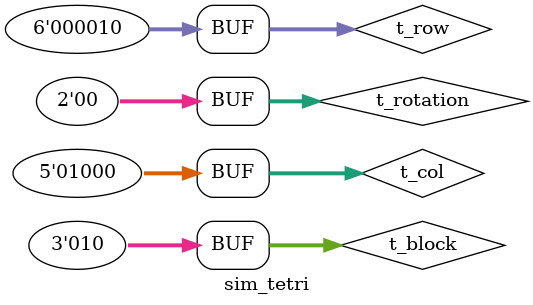
<source format=v>
`timescale 1ns / 1ps


module sim_tetri(

    );
    reg [4:0] t_col = 8; reg [5:0] t_row = 2;              
    reg [1:0] t_rotation = 0;
    reg [2:0] t_block = 2; //7 = no block 
    wire [4:0] b1_col,
                b2_col,
                b3_col,
                b4_col;
    wire [5:0] b1_row,
                b2_row,
                b3_row,
                b4_row;    

         tetrimino tetri0(
       .t_col(t_col),//0 to 9  (0 to 15)
       .t_row(t_row),//0 to 21  (0 to 23)
       .rotation(t_rotation),
       .block(t_block),//0 to 6
       .blk1_col(b1_col),
       .blk2_col(b2_col),
       .blk3_col(b3_col),
       .blk4_col(b4_col),
       .blk1_row(b1_row),
       .blk2_row(b2_row),
       .blk3_row(b3_row),
       .blk4_row(b4_row));
       
endmodule

</source>
